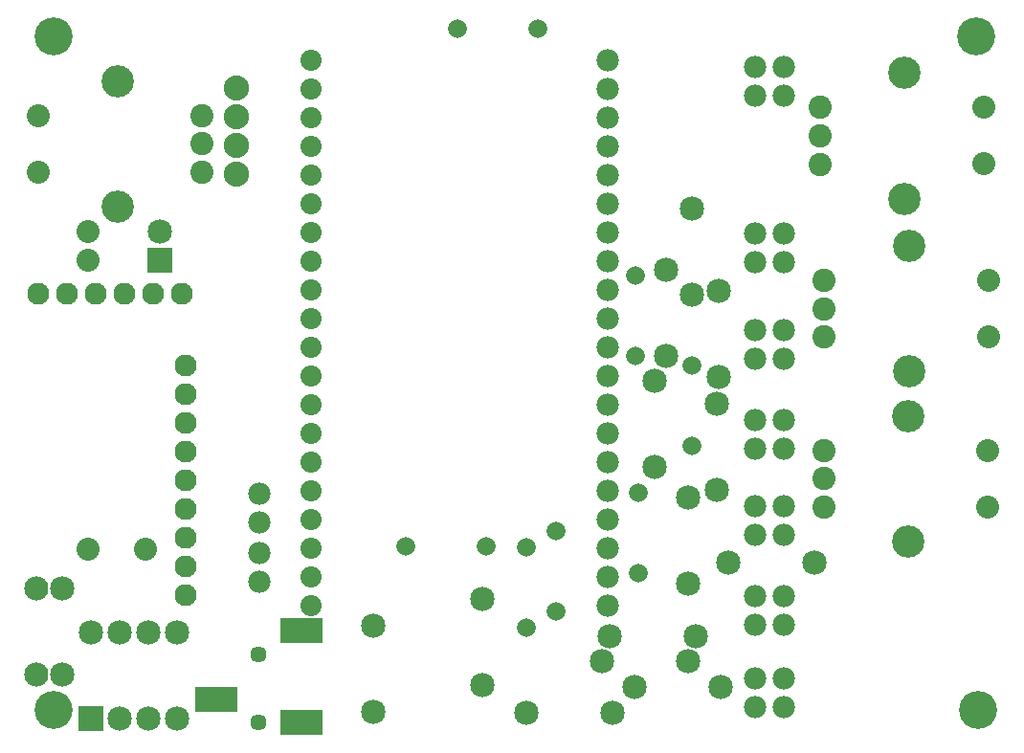
<source format=gts>
G04 MADE WITH FRITZING*
G04 WWW.FRITZING.ORG*
G04 DOUBLE SIDED*
G04 HOLES PLATED*
G04 CONTOUR ON CENTER OF CONTOUR VECTOR*
%FSLAX26Y26*%
%MOIN*%
%ADD10C,0.057244*%
%ADD11C,0.085000*%
%ADD12C,0.084000*%
%ADD13C,0.080000*%
%ADD14C,0.065433*%
%ADD15C,0.132047*%
%ADD16C,0.076929*%
%ADD17C,0.077559*%
%ADD18C,0.088000*%
%ADD19C,0.073622*%
%ADD20C,0.080866*%
%ADD21C,0.112677*%
%ADD22R,0.147795X0.088743*%
%ADD23R,0.147795X0.088740*%
%ADD24R,0.085000X0.085000*%
G04 MASK1*
%FSLAX26Y26*%
%MOIN*%
D10*
X826269Y51740D03*
X826287Y288170D03*
D11*
X143721Y216780D03*
X143721Y516780D03*
X1226770Y87580D03*
X1226770Y387580D03*
D12*
X52966Y519990D03*
X52966Y219990D03*
X52966Y519990D03*
X52966Y219990D03*
D13*
X231332Y656090D03*
X431332Y656090D03*
D11*
X242788Y65140D03*
X242788Y365140D03*
X342788Y65140D03*
X342788Y365140D03*
X442788Y65140D03*
X442788Y365140D03*
X542788Y65140D03*
X542788Y365140D03*
D14*
X1520630Y2469871D03*
X1800630Y2469871D03*
X2140860Y1327540D03*
X2140860Y1607536D03*
X1759170Y661500D03*
X1759170Y381500D03*
X2335300Y1015700D03*
X2335300Y1295700D03*
X1618810Y665320D03*
X1338810Y665320D03*
X1861200Y717170D03*
X1861200Y437170D03*
D15*
X3333120Y95580D03*
X3324800Y2441451D03*
X113146Y2441451D03*
X112257Y95580D03*
D14*
X2149190Y852680D03*
X2149190Y572680D03*
D16*
X572910Y1294250D03*
X572910Y1194250D03*
X572910Y1094250D03*
X572910Y994250D03*
X572910Y894250D03*
X572910Y794250D03*
X572910Y694250D03*
X572910Y594250D03*
X572910Y494250D03*
D13*
X231454Y1661627D03*
X231454Y1761812D03*
D17*
X829332Y542820D03*
X829332Y642820D03*
X829332Y747250D03*
X829332Y847250D03*
X2556800Y2334249D03*
X2556800Y2234249D03*
X2556800Y2334249D03*
X2556800Y2234249D03*
X2656800Y2234249D03*
X2656800Y2334249D03*
X2556800Y491280D03*
X2556800Y391280D03*
X2556800Y491280D03*
X2556800Y391280D03*
X2656800Y391280D03*
X2656800Y491280D03*
X2556800Y203800D03*
X2556800Y103800D03*
X2556800Y203800D03*
X2556800Y103800D03*
X2656800Y103800D03*
X2656800Y203800D03*
X2556800Y805550D03*
X2556800Y705550D03*
X2556800Y805550D03*
X2556800Y705550D03*
X2656800Y705550D03*
X2656800Y805550D03*
X2556800Y1103470D03*
X2556800Y1003470D03*
X2556800Y1103470D03*
X2556800Y1003470D03*
X2656800Y1003470D03*
X2656800Y1103470D03*
X2556800Y1416770D03*
X2556800Y1316770D03*
X2556800Y1416770D03*
X2556800Y1316770D03*
X2656800Y1316770D03*
X2656800Y1416770D03*
X2556800Y1754249D03*
X2556800Y1654249D03*
X2556800Y1754249D03*
X2556800Y1654249D03*
X2656800Y1654249D03*
X2656800Y1754249D03*
D18*
X750458Y2261205D03*
X750458Y2161205D03*
X750458Y2061205D03*
X750458Y1961205D03*
D16*
X557728Y1543508D03*
X457728Y1543508D03*
X357728Y1543508D03*
X257728Y1543508D03*
X157728Y1543508D03*
X57728Y1543508D03*
D19*
X1008070Y2357804D03*
X1008070Y2257804D03*
X1008070Y2157804D03*
X1008070Y2057804D03*
X1008070Y1957804D03*
X1008070Y1857804D03*
X1008070Y1757804D03*
X1008070Y1657804D03*
X1008070Y1557804D03*
X1008070Y1457800D03*
X1008070Y1357800D03*
X1008070Y1257800D03*
X1008070Y1157800D03*
X1008070Y1057800D03*
X1008070Y957800D03*
X1008070Y857800D03*
X1008070Y757800D03*
X1008070Y657800D03*
X1008070Y557800D03*
X1008070Y457800D03*
D20*
X630711Y1969099D03*
X630711Y2067525D03*
X630711Y2165950D03*
D13*
X59845Y1968666D03*
X59845Y2165517D03*
D21*
X335435Y1849021D03*
X335435Y2286028D03*
D20*
X2797250Y1591572D03*
X2797250Y1493150D03*
X2797250Y1394720D03*
D13*
X3368120Y1592005D03*
X3368120Y1395150D03*
D21*
X3092530Y1711650D03*
X3092530Y1274640D03*
D20*
X2794380Y998730D03*
X2794380Y900310D03*
X2794380Y801880D03*
D13*
X3365250Y999170D03*
X3365250Y802310D03*
D21*
X3089660Y1118810D03*
X3089660Y681800D03*
D20*
X2781910Y2193566D03*
X2781910Y2095140D03*
X2781910Y1996715D03*
D13*
X3352780Y2193999D03*
X3352780Y1997148D03*
D21*
X3077190Y2313644D03*
X3077190Y1876637D03*
D11*
X2246750Y1629923D03*
X2246750Y1329920D03*
X2462490Y607140D03*
X2762490Y607140D03*
X2021480Y264860D03*
X2321480Y264860D03*
X2058010Y86060D03*
X1758010Y86060D03*
X1605500Y180070D03*
X1605500Y480070D03*
X2322680Y835770D03*
X2322680Y535770D03*
X2347680Y350220D03*
X2047680Y350220D03*
X2206010Y1240850D03*
X2206010Y940850D03*
X2436710Y174020D03*
X2136710Y174020D03*
X2423600Y862150D03*
X2423600Y1162150D03*
X2431010Y1556030D03*
X2431010Y1256030D03*
X2334710Y1842808D03*
X2334710Y1542808D03*
X482588Y1660216D03*
X482588Y1760216D03*
D17*
X2041400Y2357804D03*
X2041400Y2257804D03*
X2041400Y2157804D03*
X2041400Y2057804D03*
X2041400Y1957804D03*
X2041400Y1857804D03*
X2041400Y1757804D03*
X2041400Y1657804D03*
X2041400Y1557804D03*
X2041400Y1457800D03*
X2041400Y1357800D03*
X2041400Y1257800D03*
X2041400Y1157800D03*
X2041400Y1057800D03*
X2041400Y957800D03*
X2041400Y857800D03*
X2041400Y757800D03*
X2041400Y657800D03*
X2041400Y557800D03*
X2041400Y457800D03*
D22*
X974595Y51949D03*
D23*
X974595Y370260D03*
D22*
X679319Y130689D03*
D24*
X242788Y65140D03*
X482588Y1660216D03*
G04 End of Mask1*
M02*
</source>
